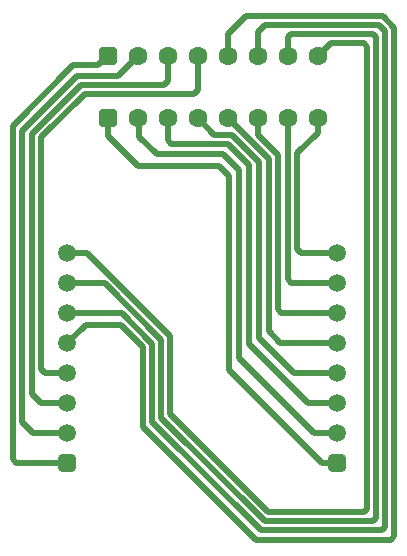
<source format=gbr>
%TF.GenerationSoftware,Altium Limited,Altium Designer,24.1.2 (44)*%
G04 Layer_Physical_Order=1*
G04 Layer_Color=255*
%FSLAX45Y45*%
%MOMM*%
%TF.SameCoordinates,5EC3BBD7-C06D-4BA5-B086-9FF2EE8CE176*%
%TF.FilePolarity,Positive*%
%TF.FileFunction,Copper,L1,Top,Signal*%
%TF.Part,Single*%
G01*
G75*
%TA.AperFunction,Conductor*%
%ADD10C,0.50800*%
%TA.AperFunction,ComponentPad*%
%ADD11C,1.60000*%
G04:AMPARAMS|DCode=12|XSize=1.6mm|YSize=1.6mm|CornerRadius=0.4mm|HoleSize=0mm|Usage=FLASHONLY|Rotation=0.000|XOffset=0mm|YOffset=0mm|HoleType=Round|Shape=RoundedRectangle|*
%AMROUNDEDRECTD12*
21,1,1.60000,0.80000,0,0,0.0*
21,1,0.80000,1.60000,0,0,0.0*
1,1,0.80000,0.40000,-0.40000*
1,1,0.80000,-0.40000,-0.40000*
1,1,0.80000,-0.40000,0.40000*
1,1,0.80000,0.40000,0.40000*
%
%ADD12ROUNDEDRECTD12*%
%ADD13C,1.52000*%
G04:AMPARAMS|DCode=14|XSize=1.52mm|YSize=1.52mm|CornerRadius=0.38mm|HoleSize=0mm|Usage=FLASHONLY|Rotation=90.000|XOffset=0mm|YOffset=0mm|HoleType=Round|Shape=RoundedRectangle|*
%AMROUNDEDRECTD14*
21,1,1.52000,0.76000,0,0,90.0*
21,1,0.76000,1.52000,0,0,90.0*
1,1,0.76000,0.38000,0.38000*
1,1,0.76000,0.38000,-0.38000*
1,1,0.76000,-0.38000,-0.38000*
1,1,0.76000,-0.38000,0.38000*
%
%ADD14ROUNDEDRECTD14*%
D10*
X147320Y1134658D02*
Y3957320D01*
X660400Y4470400D02*
X868399D01*
X147320Y3957320D02*
X660400Y4470400D01*
X391160Y1896658D02*
Y3863714D01*
X223520Y3911600D02*
X693420Y4381500D01*
X1041400D01*
X756546Y4229100D02*
X1682202D01*
X391160Y3863714D02*
X756546Y4229100D01*
X223520Y1452880D02*
Y3911600D01*
X307340Y3887657D02*
X724983Y4305300D01*
X307340Y1689100D02*
Y3887657D01*
X724983Y4305300D02*
X1428202D01*
X868399Y4470400D02*
X944599Y4546600D01*
X952500D01*
X1428202Y4305300D02*
X1460500Y4337598D01*
X1682202Y4229100D02*
X1714500Y4261398D01*
X1041400Y4381500D02*
X1206500Y4546600D01*
X2209800Y454660D02*
X3348442D01*
X3378200Y484418D01*
X1254760Y1409700D02*
X2209800Y454660D01*
X3378200Y484418D02*
Y4790440D01*
X3149600Y718098D02*
Y4628602D01*
X3302000Y565698D02*
Y4758877D01*
X2279463Y612140D02*
X3196042D01*
X1330960Y1452880D02*
X2247900Y535940D01*
X3272242D02*
X3302000Y565698D01*
X3196042Y612140D02*
X3225800Y641898D01*
X3119842Y688340D02*
X3149600Y718098D01*
X2311026Y688340D02*
X3119842D01*
X2247900Y535940D02*
X3272242D01*
X3225800Y641898D02*
Y4707342D01*
X1483360Y1516006D02*
X2311026Y688340D01*
X1407160Y1484443D02*
X2279463Y612140D01*
X147320Y1134658D02*
X177078Y1104900D01*
X609600D01*
X317500Y1358900D02*
X609600D01*
X223520Y1452880D02*
X317500Y1358900D01*
X307340Y1689100D02*
X383540Y1612900D01*
X609600D01*
X420918Y1866900D02*
X609600D01*
X391160Y1896658D02*
X420918Y1866900D01*
X1460500Y4337598D02*
Y4546600D01*
X609600Y2374900D02*
X1072254D01*
X1330960Y2116194D01*
X1063551Y2275840D02*
X1254760Y2084631D01*
X1483360Y1516006D02*
Y2179320D01*
X926017Y2628900D02*
X1407160Y2147757D01*
X779780Y2882900D02*
X1483360Y2179320D01*
X1254760Y1409700D02*
Y2084631D01*
X609600Y2628900D02*
X926017D01*
X1407160Y1484443D02*
Y2147757D01*
X1330960Y1452880D02*
Y2116194D01*
X764540Y2275840D02*
X1063551D01*
X609600Y2882900D02*
X779780D01*
X609600Y2120900D02*
X764540Y2275840D01*
X3119842Y4658360D02*
X3149600Y4628602D01*
X2730500Y4546600D02*
X2842260Y4658360D01*
X3119842D01*
X3279140Y4889500D02*
X3378200Y4790440D01*
X2506258Y4737100D02*
X3196042D01*
X3225800Y4707342D01*
X3247577Y4813300D02*
X3302000Y4758877D01*
X2286000Y4813300D02*
X3247577D01*
X2476500Y4707342D02*
X2506258Y4737100D01*
X2123440Y4889500D02*
X3279140D01*
X2476500Y4546600D02*
Y4707342D01*
X2222500Y4749800D02*
X2286000Y4813300D01*
X2222500Y4546600D02*
Y4749800D01*
X1968500Y4734560D02*
X2123440Y4889500D01*
X1968500Y4546600D02*
Y4734560D01*
X1714500Y4261398D02*
Y4546600D01*
X2730500Y3898900D02*
Y4023360D01*
X2557780Y2912658D02*
Y3726180D01*
X2730500Y3898900D01*
X1981200Y1889760D02*
X2766060Y1104900D01*
X2895600D01*
X1981200Y1889760D02*
Y3530600D01*
X2313940Y2219960D02*
Y3677920D01*
X2413000Y2120900D02*
X2895600D01*
X2313940Y2219960D02*
X2413000Y2120900D01*
X1892300Y3619500D02*
X1981200Y3530600D01*
X1209040Y3619500D02*
X1892300D01*
X1924959Y3721461D02*
X2065020Y3581400D01*
X1968874Y3807460D02*
X2146300Y3630034D01*
X2000437Y3883660D02*
X2232660Y3651437D01*
X1968500Y4023360D02*
X2313940Y3677920D01*
X2065020Y1996440D02*
Y3581400D01*
X2222500Y3883660D02*
Y4023360D01*
X2390140Y2404658D02*
Y3716020D01*
X1366159Y3721461D02*
X1924959D01*
X2222500Y3883660D02*
X2390140Y3716020D01*
X2146300Y2115820D02*
Y3630034D01*
X1490258Y3807460D02*
X1968874D01*
X2232660Y2166620D02*
Y3651437D01*
X2702560Y1358900D02*
X2895600D01*
X1854200Y3883660D02*
X2000437D01*
X2065020Y1996440D02*
X2702560Y1358900D01*
X1460500Y3837218D02*
X1490258Y3807460D01*
X2232660Y2166620D02*
X2532380Y1866900D01*
X2649220Y1612900D02*
X2895600D01*
X2146300Y2115820D02*
X2649220Y1612900D01*
X2532380Y1866900D02*
X2895600D01*
X1714500Y4023360D02*
X1854200Y3883660D01*
X2587538Y2882900D02*
X2895600D01*
X2557780Y2912658D02*
X2587538Y2882900D01*
X2476500Y2658658D02*
X2506258Y2628900D01*
X2390140Y2404658D02*
X2419898Y2374900D01*
X2476500Y2658658D02*
Y4023360D01*
X2419898Y2374900D02*
X2895600D01*
X2506258Y2628900D02*
X2895600D01*
X952500Y3876040D02*
Y4023360D01*
Y3876040D02*
X1209040Y3619500D01*
X1220460Y3867160D02*
X1366159Y3721461D01*
X1220460Y3867160D02*
Y4009400D01*
X1206500Y4023360D02*
X1220460Y4009400D01*
X1460500Y3837218D02*
Y4023360D01*
D11*
X2222500Y4546600D02*
D03*
X1714500D02*
D03*
X1206500D02*
D03*
X1460500D02*
D03*
X1968500D02*
D03*
X2476500D02*
D03*
X2730500D02*
D03*
X2222500Y4023360D02*
D03*
X1714500D02*
D03*
X1206500D02*
D03*
X1460500D02*
D03*
X1968500D02*
D03*
X2476500D02*
D03*
X2730500D02*
D03*
D12*
X952500Y4546600D02*
D03*
Y4023360D02*
D03*
D13*
X2895600Y2882900D02*
D03*
Y2628900D02*
D03*
Y1612900D02*
D03*
Y1358900D02*
D03*
Y1866900D02*
D03*
Y2120900D02*
D03*
Y2374900D02*
D03*
X609600Y2882900D02*
D03*
Y2628900D02*
D03*
Y1612900D02*
D03*
Y1358900D02*
D03*
Y1866900D02*
D03*
Y2120900D02*
D03*
Y2374900D02*
D03*
D14*
X2895600Y1104900D02*
D03*
X609600D02*
D03*
%TF.MD5,323e59679b69e6acff8c035f41c02a42*%
M02*

</source>
